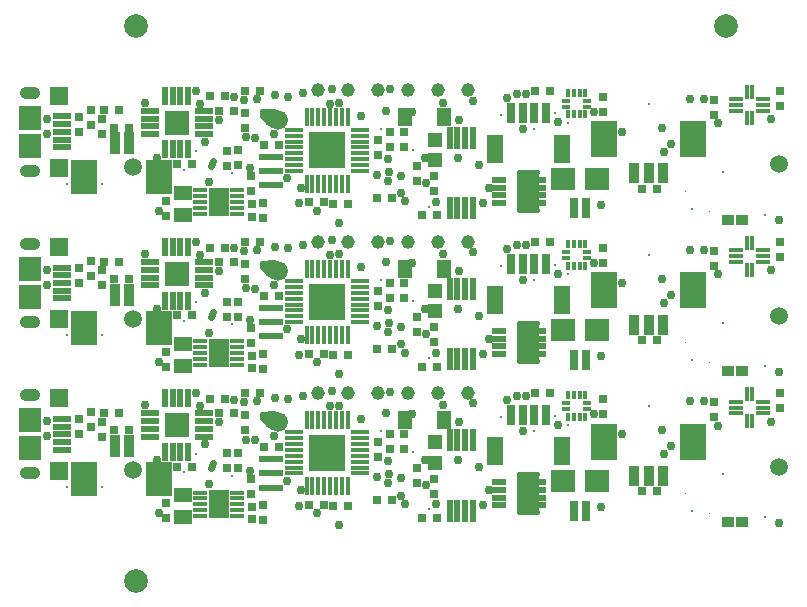
<source format=gbr>
%FSTAX24Y24*%
%MOIN*%
%IN MASK1.GBR *%
%ADD10C,0.0010*%
%ADD11C,0.0080*%
%ADD12C,0.0099*%
%ADD13C,0.0100*%
%ADD14C,0.0120*%
%ADD15C,0.0180*%
%ADD16C,0.0240*%
%ADD17C,0.0300*%
%ADD18C,0.0460*%
%ADD19C,0.0591*%
%ADD20C,0.0660*%
%ADD21C,0.0787*%
%ADD22O,0.0158X0.0611*%
%ADD23O,0.0611X0.0158*%
%ADD24O,0.0690X0.0414*%
%ADD25R,0.0010X0.0010*%
%ADD26R,0.0151X0.0277*%
%ADD27R,0.0154X0.0454*%
%ADD28R,0.0194X0.0631*%
%ADD29R,0.0225X0.0761*%
%ADD30R,0.0260X0.0310*%
%ADD31R,0.0277X0.0151*%
%ADD32R,0.0280X0.0290*%
%ADD33R,0.0296X0.0670*%
%ADD34R,0.0296X0.0690*%
%ADD35R,0.0310X0.0260*%
%ADD36R,0.0375X0.0690*%
%ADD37R,0.0375X0.0729*%
%ADD38R,0.0414X0.0336*%
%ADD39R,0.0454X0.0154*%
%ADD40R,0.0454X0.0158*%
%ADD41R,0.0454X0.0237*%
%ADD42R,0.0454X0.0611*%
%ADD43R,0.0485X0.0473*%
%ADD44R,0.0560X0.0926*%
%ADD45R,0.0591X0.0217*%
%ADD46R,0.0611X0.0591*%
%ADD47R,0.0631X0.0454*%
%ADD48R,0.0631X0.0194*%
%ADD49R,0.0631X0.0454*%
%ADD50R,0.0651X0.0926*%
%ADD51R,0.0749X0.0808*%
%ADD52R,0.0769X0.1241*%
%ADD53R,0.0808X0.0769*%
%ADD54R,0.0808X0.0217*%
%ADD55R,0.0808X0.0769*%
%ADD56R,0.0847X0.0847*%
%ADD57R,0.0887X0.1162*%
%ADD58R,0.0887X0.1241*%
%ADD59R,0.1241X0.1241*%
D21*X023622Y020866D03*X003937D03*Y002362D03*D35*X00693Y008428D03*
X00643D03*D30*X02541Y008118D03*Y008618D03*X023222Y008315D03*Y007815D03*
D35*X00672Y007938D03*X00722D03*X021299Y005354D03*X020799D03*D30*
X00282Y007167D03*Y007667D03*X0195Y007908D03*Y008408D03*D35*
X01349Y004458D03*X01399D03*X005827Y006167D03*X005327D03*
X017259Y008611D03*X017759D03*X003203Y007371D03*X003703D03*D43*
X013931Y006297D03*Y006978D03*D35*X008211Y006818D03*X008711D03*D30*
X012Y006977D03*Y006477D03*D35*X00337Y007957D03*X00287D03*D49*
X005516Y004474D03*D47*Y005222D03*D38*X024158Y00431D03*X023686D03*D19*
X025394Y006161D03*X003839Y006063D03*D45*X001483Y007757D03*Y007501D03*
Y007246D03*Y00699D03*Y006734D03*D24*X00043Y008545D03*Y005946D03*D46*
X001394Y008456D03*Y006035D03*D51*X00043Y007718D03*Y006773D03*D11*
X021063Y008189D03*X024902Y004488D03*X023524Y005906D03*
X022475Y004686D03*D34*X017623Y007872D03*X017229D03*X016836D03*
X016442D03*D44*X018135Y006678D03*X01593D03*D37*X003232Y006858D03*
X003724D03*D57*X004728Y005755D03*X002228D03*D36*X021526Y005857D03*
X021034D03*X020542D03*D58*X019538Y006999D03*X02253D03*D33*
X018552Y004692D03*X018946D03*D53*X018178Y005687D03*D55*X01932D03*D42*
X014199Y007727D03*X0129D03*D41*X01605Y005644D03*Y005388D03*Y005132D03*
Y004877D03*D52*X017015Y00526D03*D41*X017389Y005132D03*Y005388D03*
Y005644D03*Y004877D03*D30*X002443Y007471D03*Y007971D03*
X007361Y006128D03*Y006628D03*X006966Y006606D03*Y006106D03*
X013331Y006108D03*Y005608D03*X013891Y005768D03*Y005268D03*
X01243Y007248D03*Y006748D03*X012881Y007248D03*Y006748D03*D35*
X011988Y005037D03*X012488D03*X009708Y004893D03*X010208D03*D30*
X002053Y007251D03*Y007751D03*D35*X010518Y004847D03*X011018D03*
X007588Y008612D03*X008088D03*D30*X004958Y004437D03*Y004937D03*
X008191Y004373D03*Y004873D03*X007766Y005761D03*Y005261D03*D32*
X007801Y004418D03*Y004828D03*D30*X00757Y007878D03*Y007378D03*D12*
X002821Y0055D03*X00164D03*D18*X015006Y008626D03*X014006D03*X013006D03*
X012006D03*X011006D03*X010006D03*D20*X00867Y007657D03*D28*
X005687Y008449D03*X005175Y006658D03*X005431D03*X005687D03*D48*
X006199Y007169D03*Y007425D03*Y007681D03*Y007937D03*D28*
X005431Y008449D03*X005175D03*X004919D03*D48*X004407Y007937D03*
Y007681D03*Y007425D03*Y007169D03*D28*X004919Y006658D03*D56*
X005303Y007553D03*D23*X00922Y007315D03*D22*X00983Y005524D03*X010027D03*
X010224D03*X010421D03*X010618D03*X010814D03*X011011D03*D23*
X011425Y005937D03*Y006134D03*Y006331D03*X00922Y007118D03*
X011425Y006528D03*Y006724D03*Y006921D03*Y007118D03*Y007315D03*D22*
X011011Y007728D03*X010814D03*X010618D03*X010421D03*X010224D03*D23*
X00922Y006921D03*D22*X010027Y007728D03*X00983D03*X009633D03*D23*
X00922Y006724D03*Y006528D03*Y006331D03*Y006134D03*Y005937D03*D22*
X009633Y005524D03*D59*X010322Y006626D03*D40*X006081Y0053D03*X007321D03*
X006081Y005103D03*Y004907D03*Y00471D03*Y004513D03*X007321D03*Y00471D03*
Y004907D03*Y005103D03*D50*X006701Y004907D03*D29*X014401Y004702D03*
X014657D03*X014913D03*X015169D03*Y007041D03*X014913D03*X014657D03*
X014401D03*D27*X024496Y008577D03*D39*X02484Y008331D03*D27*
X024299Y008577D03*D39*X023954Y008331D03*Y008134D03*Y007938D03*D27*
X024299Y007692D03*X024496D03*D39*X02484Y007938D03*Y008134D03*D26*
X018339Y00783D03*Y008539D03*D31*X01828Y008283D03*Y008086D03*D26*
X018536Y00783D03*X018733D03*X01893D03*D31*X018989Y008086D03*Y008283D03*
D26*X01893Y008539D03*X018733D03*X018536D03*D17*X009373Y004862D03*
X000984Y007686D03*Y007174D03*X01633Y008378D03*X019449Y004803D03*D25*
X022278Y005251D03*D17*X021772Y00685D03*D25*X02307Y004588D03*D17*
X025394Y004291D03*X02014Y007238D03*X0224Y008348D03*D14*
X018339Y007541D03*D17*X01922Y007908D03*D14*X0137Y004738D03*D17*
X005951Y008605D03*X006071Y008185D03*X01664Y008518D03*X01695Y008508D03*
X018009Y007561D03*X016836Y007352D03*X021479Y007381D03*X00639Y005578D03*
X00426Y008218D03*D14*X005548Y005972D03*X00594Y006597D03*D17*
X006235Y006903D03*D14*X006453Y006127D03*D17*X00723Y008398D03*
X007548Y008322D03*X007751Y006028D03*X007621Y007068D03*
X010469Y008688D03*X008971Y005698D03*X00792Y007037D03*X006728Y007642D03*
X009531Y008528D03*X009025Y008403D03*X02288Y008348D03*D14*
X007136Y005866D03*D17*X007978Y008342D03*X00858Y008458D03*
X01043Y008185D03*X010731Y008198D03*X00855Y007187D03*X009436Y005376D03*
X00999Y004607D03*X011968Y005817D03*X012343Y005619D03*X010706Y004219D03*
D14*X017919Y007861D03*D17*X0147Y007648D03*X014671Y006378D03*
X015501Y004878D03*X004648Y006378D03*X012928Y004927D03*
X013937Y004921D03*X011452Y007765D03*X01234Y006348D03*X01241Y008658D03*
X012383Y005919D03*X012279Y007954D03*X01279Y005778D03*X0157Y005378D03*
X013626Y005549D03*D14*X013192Y00665D03*D17*X025127Y007665D03*
X023358Y007534D03*X013566Y00638D03*D14*X017221Y007338D03*
X01612Y007808D03*X012131Y007348D03*D17*X015383Y006139D03*
X012788Y005197D03*X004712Y004603D03*X014191Y008218D03*
X021533Y006572D03*X015186Y008279D03*X01314Y007918D03*D10*
X014093Y007271D03*D54*X008437Y006411D03*Y005939D03*Y005466D03*D35*
X00693Y013467D03*X00643D03*D30*X02541Y013157D03*Y013657D03*
X023222Y013354D03*Y012854D03*D35*X00672Y012977D03*X00722D03*
X021299Y010394D03*X020799D03*D30*X00282Y012206D03*Y012706D03*
X0195Y012947D03*Y013447D03*D35*X01349Y009497D03*X01399D03*
X005827Y011206D03*X005327D03*X017259Y01365D03*X017759D03*
X003203Y012411D03*X003703D03*D43*X013931Y011336D03*Y012018D03*D35*
X008211Y011857D03*X008711D03*D30*X012Y012016D03*Y011516D03*D35*
X00337Y012996D03*X00287D03*D49*X005516Y009513D03*D47*Y010261D03*D38*
X024158Y009349D03*X023686D03*D19*X025394Y011201D03*X003839Y011102D03*
D45*X001483Y012797D03*Y012541D03*Y012285D03*Y012029D03*Y011773D03*D24*
X00043Y013584D03*Y010986D03*D46*X001394Y013496D03*Y011074D03*D51*
X00043Y012757D03*Y011813D03*D11*X021063Y013228D03*X024902Y009528D03*
X023524Y010945D03*X022475Y009725D03*D34*X017623Y012912D03*X017229D03*
X016836D03*X016442D03*D44*X018135Y011718D03*X01593D03*D37*
X003232Y011897D03*X003724D03*D57*X004728Y010795D03*X002228D03*D36*
X021526Y010897D03*X021034D03*X020542D03*D58*X019538Y012038D03*
X02253D03*D33*X018552Y009732D03*X018946D03*D53*X018178Y010726D03*D55*
X01932D03*D42*X014199Y012766D03*X0129D03*D41*X01605Y010684D03*
Y010428D03*Y010172D03*Y009916D03*D52*X017015Y0103D03*D41*
X017389Y010172D03*Y010428D03*Y010684D03*Y009916D03*D30*
X002443Y012511D03*Y013011D03*X007361Y011167D03*Y011667D03*
X006966Y011645D03*Y011145D03*X013331Y011147D03*Y010647D03*
X013891Y010807D03*Y010307D03*X01243Y012287D03*Y011787D03*
X012881Y012287D03*Y011787D03*D35*X011988Y010076D03*X012488D03*
X009708Y009932D03*X010208D03*D30*X002053Y012291D03*Y012791D03*D35*
X010518Y009886D03*X011018D03*X007588Y013651D03*X008088D03*D30*
X004958Y009476D03*Y009976D03*X008191Y009412D03*Y009912D03*
X007766Y0108D03*Y0103D03*D32*X007801Y009457D03*Y009867D03*D30*
X00757Y012917D03*Y012417D03*D12*X002821Y010539D03*X00164D03*D18*
X015006Y013665D03*X014006D03*X013006D03*X012006D03*X011006D03*
X010006D03*D20*X00867Y012696D03*D28*X005687Y013488D03*
X005175Y011697D03*X005431D03*X005687D03*D48*X006199Y012209D03*
Y012465D03*Y012721D03*Y012977D03*D28*X005431Y013488D03*X005175D03*
X004919D03*D48*X004407Y012977D03*Y012721D03*Y012465D03*Y012209D03*D28*
X004919Y011697D03*D56*X005303Y012593D03*D23*X00922Y012354D03*D22*
X00983Y010563D03*X010027D03*X010224D03*X010421D03*X010618D03*
X010814D03*X011011D03*D23*X011425Y010976D03*Y011173D03*Y01137D03*
X00922Y012158D03*X011425Y011567D03*Y011764D03*Y011961D03*Y012158D03*
Y012354D03*D22*X011011Y012768D03*X010814D03*X010618D03*X010421D03*
X010224D03*D23*X00922Y011961D03*D22*X010027Y012768D03*X00983D03*
X009633D03*D23*X00922Y011764D03*Y011567D03*Y01137D03*Y011173D03*
Y010976D03*D22*X009633Y010563D03*D59*X010322Y011665D03*D40*
X006081Y01034D03*X007321D03*X006081Y010143D03*Y009946D03*Y009749D03*
Y009552D03*X007321D03*Y009749D03*Y009946D03*Y010143D03*D50*
X006701Y009946D03*D29*X014401Y009741D03*X014657D03*X014913D03*
X015169D03*Y01208D03*X014913D03*X014657D03*X014401D03*D27*
X024496Y013617D03*D39*X02484Y013371D03*D27*X024299Y013617D03*D39*
X023954Y013371D03*Y013174D03*Y012977D03*D27*X024299Y012731D03*
X024496D03*D39*X02484Y012977D03*Y013174D03*D26*X018339Y012869D03*
Y013578D03*D31*X01828Y013322D03*Y013125D03*D26*X018536Y012869D03*
X018733D03*X01893D03*D31*X018989Y013125D03*Y013322D03*D26*
X01893Y013578D03*X018733D03*X018536D03*D17*X009373Y009901D03*
X000984Y012726D03*Y012214D03*X01633Y013417D03*X019449Y009843D03*D25*
X022278Y01029D03*D17*X021772Y01189D03*D25*X02307Y009627D03*D17*
X025394Y009331D03*X02014Y012277D03*X0224Y013387D03*D14*
X018339Y01258D03*D17*X01922Y012947D03*D14*X0137Y009777D03*D17*
X005951Y013644D03*X006071Y013224D03*X01664Y013557D03*X01695Y013547D03*
X018009Y0126D03*X016836Y012392D03*X021479Y01242D03*X00639Y010617D03*
X00426Y013257D03*D14*X005548Y011011D03*X00594Y011636D03*D17*
X006235Y011942D03*D14*X006453Y011166D03*D17*X00723Y013437D03*
X007548Y013361D03*X007751Y011067D03*X007621Y012107D03*
X010469Y013727D03*X008971Y010737D03*X00792Y012076D03*X006728Y012681D03*
X009531Y013567D03*X009025Y013442D03*X02288Y013387D03*D14*
X007136Y010905D03*D17*X007978Y013381D03*X00858Y013497D03*
X01043Y013224D03*X010731Y013237D03*X00855Y012226D03*X009436Y010415D03*
X00999Y009646D03*X011968Y010856D03*X012343Y010658D03*X010706Y009258D03*
D14*X017919Y0129D03*D17*X0147Y012687D03*X014671Y011417D03*
X015501Y009917D03*X004648Y011417D03*X012928Y009966D03*
X013937Y009961D03*X011452Y012804D03*X01234Y011387D03*X01241Y013697D03*
X012383Y010958D03*X012279Y012993D03*X01279Y010817D03*X0157Y010417D03*
X013626Y010588D03*D14*X013192Y011689D03*D17*X025127Y012704D03*
X023358Y012573D03*X013566Y011419D03*D14*X017221Y012377D03*
X01612Y012847D03*X012131Y012387D03*D17*X015383Y011178D03*
X012788Y010236D03*X004712Y009642D03*X014191Y013257D03*
X021533Y011611D03*X015186Y013318D03*X01314Y012957D03*D10*
X014093Y01231D03*D54*X008437Y01145D03*Y010978D03*Y010506D03*D35*
X00693Y018506D03*X00643D03*D30*X02541Y018196D03*Y018696D03*
X023222Y018393D03*Y017893D03*D35*X00672Y018016D03*X00722D03*
X021299Y015433D03*X020799D03*D30*X00282Y017246D03*Y017746D03*
X0195Y017986D03*Y018486D03*D35*X01349Y014536D03*X01399D03*
X005827Y016245D03*X005327D03*X017259Y018689D03*X017759D03*
X003203Y01745D03*X003703D03*D43*X013931Y016376D03*Y017057D03*D35*
X008211Y016896D03*X008711D03*D30*X012Y017055D03*Y016555D03*D35*
X00337Y018036D03*X00287D03*D49*X005516Y014552D03*D47*Y0153D03*D38*
X024158Y014388D03*X023686D03*D19*X025394Y01624D03*X003839Y016142D03*
D45*X001483Y017836D03*Y01758D03*Y017324D03*Y017068D03*Y016813D03*D24*
X00043Y018624D03*Y016025D03*D46*X001394Y018535D03*Y016114D03*D51*
X00043Y017797D03*Y016852D03*D11*X021063Y018268D03*X024902Y014567D03*
X023524Y015984D03*X022475Y014765D03*D34*X017623Y017951D03*X017229D03*
X016836D03*X016442D03*D44*X018135Y016757D03*X01593D03*D37*
X003232Y016936D03*X003724D03*D57*X004728Y015834D03*X002228D03*D36*
X021526Y015936D03*X021034D03*X020542D03*D58*X019538Y017078D03*
X02253D03*D33*X018552Y014771D03*X018946D03*D53*X018178Y015765D03*D55*
X01932D03*D42*X014199Y017805D03*X0129D03*D41*X01605Y015723D03*
Y015467D03*Y015211D03*Y014955D03*D52*X017015Y015339D03*D41*
X017389Y015211D03*Y015467D03*Y015723D03*Y014955D03*D30*
X002443Y01755D03*Y01805D03*X007361Y016206D03*Y016706D03*
X006966Y016685D03*Y016185D03*X013331Y016186D03*Y015686D03*
X013891Y015846D03*Y015346D03*X01243Y017326D03*Y016826D03*
X012881Y017326D03*Y016826D03*D35*X011988Y015115D03*X012488D03*
X009708Y014971D03*X010208D03*D30*X002053Y01733D03*Y01783D03*D35*
X010518Y014925D03*X011018D03*X007588Y01869D03*X008088D03*D30*
X004958Y014515D03*Y015015D03*X008191Y014451D03*Y014951D03*
X007766Y01584D03*Y01534D03*D32*X007801Y014496D03*Y014906D03*D30*
X00757Y017956D03*Y017456D03*D12*X002821Y015579D03*X00164D03*D18*
X015006Y018705D03*X014006D03*X013006D03*X012006D03*X011006D03*
X010006D03*D20*X00867Y017735D03*D28*X005687Y018528D03*
X005175Y016736D03*X005431D03*X005687D03*D48*X006199Y017248D03*
Y017504D03*Y01776D03*Y018016D03*D28*X005431Y018528D03*X005175D03*
X004919D03*D48*X004407Y018016D03*Y01776D03*Y017504D03*Y017248D03*D28*
X004919Y016736D03*D56*X005303Y017632D03*D23*X00922Y017394D03*D22*
X00983Y015602D03*X010027D03*X010224D03*X010421D03*X010618D03*
X010814D03*X011011D03*D23*X011425Y016016D03*Y016213D03*Y01641D03*
X00922Y017197D03*X011425Y016606D03*Y016803D03*Y017D03*Y017197D03*
Y017394D03*D22*X011011Y017807D03*X010814D03*X010618D03*X010421D03*
X010224D03*D23*X00922Y017D03*D22*X010027Y017807D03*X00983D03*
X009633D03*D23*X00922Y016803D03*Y016606D03*Y01641D03*Y016213D03*
Y016016D03*D22*X009633Y015602D03*D59*X010322Y016705D03*D40*
X006081Y015379D03*X007321D03*X006081Y015182D03*Y014985D03*Y014788D03*
Y014592D03*X007321D03*Y014788D03*Y014985D03*Y015182D03*D50*
X006701Y014985D03*D29*X014401Y014781D03*X014657D03*X014913D03*
X015169D03*Y017119D03*X014913D03*X014657D03*X014401D03*D27*
X024496Y018656D03*D39*X02484Y01841D03*D27*X024299Y018656D03*D39*
X023954Y01841D03*Y018213D03*Y018016D03*D27*X024299Y01777D03*X024496D03*
D39*X02484Y018016D03*Y018213D03*D26*X018339Y017909D03*Y018617D03*D31*
X01828Y018362D03*Y018165D03*D26*X018536Y017909D03*X018733D03*X01893D03*
D31*X018989Y018165D03*Y018362D03*D26*X01893Y018617D03*X018733D03*
X018536D03*D17*X009373Y01494D03*X000984Y017765D03*Y017253D03*
X01633Y018456D03*X019449Y014882D03*D25*X022278Y015329D03*D17*
X021772Y016929D03*D25*X02307Y014666D03*D17*X025394Y01437D03*
X02014Y017316D03*X0224Y018426D03*D14*X018339Y017619D03*D17*
X01922Y017986D03*D14*X0137Y014816D03*D17*X005951Y018683D03*
X006071Y018263D03*X01664Y018596D03*X01695Y018586D03*X018009Y017639D03*
X016836Y017431D03*X021479Y017459D03*X00639Y015656D03*X00426Y018296D03*
D14*X005548Y016051D03*X00594Y016675D03*D17*X006235Y016981D03*D14*
X006453Y016205D03*D17*X00723Y018476D03*X007548Y0184D03*
X007751Y016106D03*X007621Y017146D03*X010469Y018766D03*
X008971Y015776D03*X00792Y017115D03*X006728Y01772D03*X009531Y018606D03*
X009025Y018481D03*X02288Y018426D03*D14*X007136Y015945D03*D17*
X007978Y01842D03*X00858Y018536D03*X01043Y018263D03*X010731Y018276D03*
X00855Y017265D03*X009436Y015454D03*X00999Y014685D03*X011968Y015895D03*
X012343Y015697D03*X010706Y014297D03*D14*X017919Y017939D03*D17*
X0147Y017726D03*X014671Y016456D03*X015501Y014956D03*X004648Y016456D03*
X012928Y015005D03*X013937Y015D03*X011452Y017843D03*X01234Y016426D03*
X01241Y018736D03*X012383Y015997D03*X012279Y018032D03*X01279Y015856D03*
X0157Y015456D03*X013626Y015627D03*D14*X013192Y016728D03*D17*
X025127Y017744D03*X023358Y017612D03*X013566Y016458D03*D14*
X017221Y017416D03*X01612Y017886D03*X012131Y017426D03*D17*
X015383Y016217D03*X012788Y015275D03*X004712Y014681D03*
X014191Y018296D03*X021533Y01665D03*X015186Y018357D03*X01314Y017996D03*
D10*X014093Y017349D03*D54*X008437Y01649D03*Y016017D03*Y015545D03*D15*
X01671Y005908D02*G01X01731D01*X01671Y004648D02*X01731D01*D13*
X00869Y007888D02*X00867Y007887D01*X008146Y00788D02*X00865Y007898D01*
X00855Y007988D01*X008116Y00796D01*Y00777D01*X008306Y00754D01*
X008456Y00747D01*Y00748D01*X00836Y007538D02*X00828Y007718D01*
X00845Y007808D02*X00813Y007788D01*X00853Y007738D02*X00821Y007718D01*
D16*X006454Y006122D02*X00652Y00629D01*D15*X01671Y010947D02*X01731D01*
X01671Y009687D02*X01731D01*D13*X00869Y012927D02*X00867Y012926D01*
X008146Y012919D02*X00865Y012937D01*X00855Y013027D01*X008116Y012999D01*
Y012809D01*X008306Y012579D01*X008456Y012509D01*Y012519D01*
X00836Y012577D02*X00828Y012757D01*X00845Y012847D02*X00813Y012827D01*
X00853Y012777D02*X00821Y012757D01*D16*X006454Y011161D02*
X00652Y011329D01*D15*X01671Y015986D02*X01731D01*X01671Y014726D02*
X01731D01*D13*X00869Y017966D02*X00867Y017966D01*X008146Y017958D02*
X00865Y017976D01*X00855Y018066D01*X008116Y018038D01*Y017848D01*
X008306Y017618D01*X008456Y017548D01*Y017558D01*X00836Y017616D02*
X00828Y017796D01*X00845Y017886D02*X00813Y017866D01*X00853Y017816D02*
X00821Y017796D01*D16*X006454Y0162D02*X00652Y016368D01*
M02*
</source>
